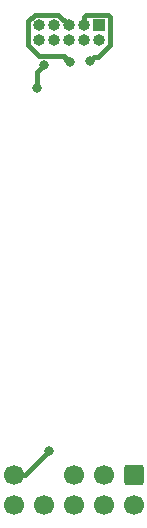
<source format=gbr>
G04 #@! TF.GenerationSoftware,KiCad,Pcbnew,(6.0.0-0)*
G04 #@! TF.CreationDate,2022-01-14T23:12:18+01:00*
G04 #@! TF.ProjectId,JTAG-MINI-ADAPTER,4a544147-2d4d-4494-9e49-2d4144415054,rev?*
G04 #@! TF.SameCoordinates,Original*
G04 #@! TF.FileFunction,Copper,L2,Bot*
G04 #@! TF.FilePolarity,Positive*
%FSLAX46Y46*%
G04 Gerber Fmt 4.6, Leading zero omitted, Abs format (unit mm)*
G04 Created by KiCad (PCBNEW (6.0.0-0)) date 2022-01-14 23:12:18*
%MOMM*%
%LPD*%
G01*
G04 APERTURE LIST*
G04 Aperture macros list*
%AMRoundRect*
0 Rectangle with rounded corners*
0 $1 Rounding radius*
0 $2 $3 $4 $5 $6 $7 $8 $9 X,Y pos of 4 corners*
0 Add a 4 corners polygon primitive as box body*
4,1,4,$2,$3,$4,$5,$6,$7,$8,$9,$2,$3,0*
0 Add four circle primitives for the rounded corners*
1,1,$1+$1,$2,$3*
1,1,$1+$1,$4,$5*
1,1,$1+$1,$6,$7*
1,1,$1+$1,$8,$9*
0 Add four rect primitives between the rounded corners*
20,1,$1+$1,$2,$3,$4,$5,0*
20,1,$1+$1,$4,$5,$6,$7,0*
20,1,$1+$1,$6,$7,$8,$9,0*
20,1,$1+$1,$8,$9,$2,$3,0*%
G04 Aperture macros list end*
G04 #@! TA.AperFunction,ComponentPad*
%ADD10RoundRect,0.250000X-0.600000X0.600000X-0.600000X-0.600000X0.600000X-0.600000X0.600000X0.600000X0*%
G04 #@! TD*
G04 #@! TA.AperFunction,ComponentPad*
%ADD11C,1.700000*%
G04 #@! TD*
G04 #@! TA.AperFunction,ComponentPad*
%ADD12R,1.000000X1.000000*%
G04 #@! TD*
G04 #@! TA.AperFunction,ComponentPad*
%ADD13O,1.000000X1.000000*%
G04 #@! TD*
G04 #@! TA.AperFunction,ViaPad*
%ADD14C,0.800000*%
G04 #@! TD*
G04 #@! TA.AperFunction,Conductor*
%ADD15C,0.400000*%
G04 #@! TD*
G04 #@! TA.AperFunction,Conductor*
%ADD16C,0.250000*%
G04 #@! TD*
G04 APERTURE END LIST*
D10*
G04 #@! TO.P,J12,1,Pin_1*
G04 #@! TO.N,/S1*
X109500000Y-136830000D03*
D11*
G04 #@! TO.P,J12,2,Pin_2*
G04 #@! TO.N,/S2*
X109500000Y-139370000D03*
G04 #@! TO.P,J12,3,Pin_3*
G04 #@! TO.N,/S3*
X106960000Y-136830000D03*
G04 #@! TO.P,J12,4,Pin_4*
G04 #@! TO.N,/S4*
X106960000Y-139370000D03*
G04 #@! TO.P,J12,5,Pin_5*
G04 #@! TO.N,/S5*
X104420000Y-136830000D03*
G04 #@! TO.P,J12,6,Pin_6*
G04 #@! TO.N,/S6*
X104420000Y-139370000D03*
G04 #@! TO.P,J12,8,Pin_8*
G04 #@! TO.N,/S8*
X101880000Y-139370000D03*
G04 #@! TO.P,J12,9,Pin_9*
G04 #@! TO.N,/S9*
X99340000Y-136830000D03*
G04 #@! TO.P,J12,10,Pin_10*
G04 #@! TO.N,/S10*
X99340000Y-139370000D03*
G04 #@! TD*
D12*
G04 #@! TO.P,J1,1,Pin_1*
G04 #@! TO.N,/S1*
X106580000Y-98730000D03*
D13*
G04 #@! TO.P,J1,2,Pin_2*
G04 #@! TO.N,/S2*
X106580000Y-100000000D03*
G04 #@! TO.P,J1,3,Pin_3*
G04 #@! TO.N,/S3*
X105310000Y-98730000D03*
G04 #@! TO.P,J1,4,Pin_4*
G04 #@! TO.N,/S4*
X105310000Y-100000000D03*
G04 #@! TO.P,J1,5,Pin_5*
G04 #@! TO.N,/S5*
X104040000Y-98730000D03*
G04 #@! TO.P,J1,6,Pin_6*
G04 #@! TO.N,/S6*
X104040000Y-100000000D03*
G04 #@! TO.P,J1,7,Pin_7*
G04 #@! TO.N,unconnected-(J1-Pad7)*
X102770000Y-98730000D03*
G04 #@! TO.P,J1,8,Pin_8*
G04 #@! TO.N,/S8*
X102770000Y-100000000D03*
G04 #@! TO.P,J1,9,Pin_9*
G04 #@! TO.N,/S9*
X101500000Y-98730000D03*
G04 #@! TO.P,J1,10,Pin_10*
G04 #@! TO.N,/S10*
X101500000Y-100000000D03*
G04 #@! TD*
D14*
G04 #@! TO.N,/S3*
X105780500Y-101734187D03*
G04 #@! TO.N,/S5*
X104101940Y-101800000D03*
G04 #@! TO.N,/S9*
X102303380Y-134800000D03*
G04 #@! TO.N,/S10*
X101297964Y-104012836D03*
X101903409Y-102099500D03*
G04 #@! TD*
D15*
G04 #@! TO.N,/S3*
X107479511Y-100420489D02*
X107479511Y-97979511D01*
X107479511Y-97979511D02*
X107330489Y-97830489D01*
X105780500Y-101734187D02*
X106114687Y-101400000D01*
X105310000Y-98022894D02*
X105310000Y-98730000D01*
X106114687Y-101400000D02*
X106500000Y-101400000D01*
X106500000Y-101400000D02*
X107479511Y-100420489D01*
X107330489Y-97830489D02*
X105502405Y-97830489D01*
X105502405Y-97830489D02*
X105310000Y-98022894D01*
D16*
G04 #@! TO.N,/S5*
X104101940Y-101800000D02*
X103826940Y-101800000D01*
D15*
X101127409Y-97830489D02*
X103142591Y-97830489D01*
X104040000Y-98727898D02*
X104040000Y-98730000D01*
D16*
X103826940Y-101800000D02*
X103626940Y-101600000D01*
D15*
X100600489Y-100400489D02*
X100600489Y-98357409D01*
X100600489Y-98357409D02*
X101127409Y-97830489D01*
X103601940Y-101300000D02*
X101500000Y-101300000D01*
X101500000Y-101300000D02*
X100600489Y-100400489D01*
X104101940Y-101800000D02*
X103601940Y-101300000D01*
X103142591Y-97830489D02*
X104040000Y-98727898D01*
G04 #@! TO.N,/S9*
X99340000Y-136830000D02*
X100273380Y-136830000D01*
X100273380Y-136830000D02*
X102303380Y-134800000D01*
G04 #@! TO.N,/S10*
X101297964Y-104012836D02*
X101297964Y-102704945D01*
X101297964Y-102704945D02*
X101903409Y-102099500D01*
G04 #@! TD*
M02*

</source>
